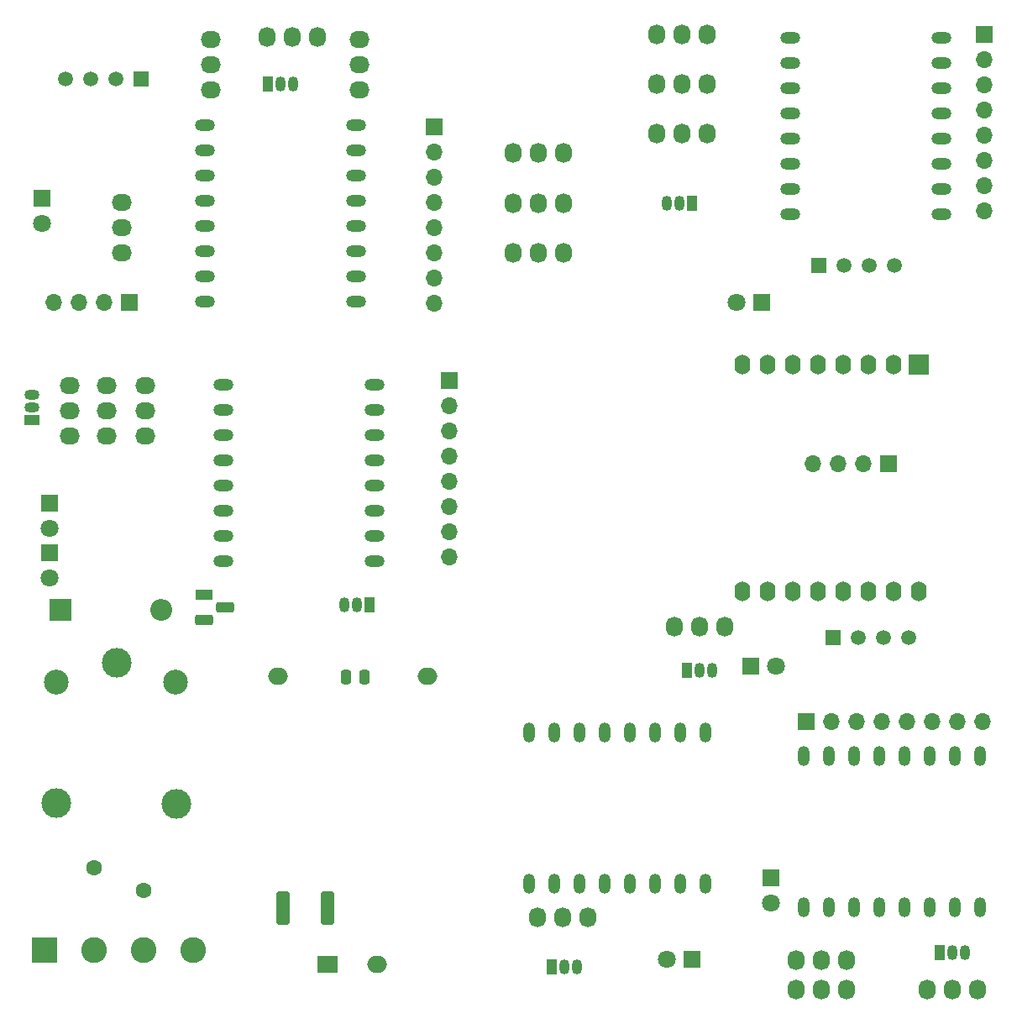
<source format=gbs>
G04 #@! TF.GenerationSoftware,KiCad,Pcbnew,8.0.6*
G04 #@! TF.CreationDate,2024-12-03T19:12:37+01:00*
G04 #@! TF.ProjectId,HomeAutomationESP32C2mini_2024,486f6d65-4175-4746-9f6d-6174696f6e45,Rev A*
G04 #@! TF.SameCoordinates,Original*
G04 #@! TF.FileFunction,Soldermask,Bot*
G04 #@! TF.FilePolarity,Negative*
%FSLAX46Y46*%
G04 Gerber Fmt 4.6, Leading zero omitted, Abs format (unit mm)*
G04 Created by KiCad (PCBNEW 8.0.6) date 2024-12-03 19:12:37*
%MOMM*%
%LPD*%
G01*
G04 APERTURE LIST*
G04 Aperture macros list*
%AMRoundRect*
0 Rectangle with rounded corners*
0 $1 Rounding radius*
0 $2 $3 $4 $5 $6 $7 $8 $9 X,Y pos of 4 corners*
0 Add a 4 corners polygon primitive as box body*
4,1,4,$2,$3,$4,$5,$6,$7,$8,$9,$2,$3,0*
0 Add four circle primitives for the rounded corners*
1,1,$1+$1,$2,$3*
1,1,$1+$1,$4,$5*
1,1,$1+$1,$6,$7*
1,1,$1+$1,$8,$9*
0 Add four rect primitives between the rounded corners*
20,1,$1+$1,$2,$3,$4,$5,0*
20,1,$1+$1,$4,$5,$6,$7,0*
20,1,$1+$1,$6,$7,$8,$9,0*
20,1,$1+$1,$8,$9,$2,$3,0*%
G04 Aperture macros list end*
%ADD10R,1.050000X1.500000*%
%ADD11O,1.050000X1.500000*%
%ADD12O,1.727200X2.032000*%
%ADD13O,2.000000X1.200000*%
%ADD14R,1.700000X1.700000*%
%ADD15O,1.700000X1.700000*%
%ADD16O,2.032000X1.727200*%
%ADD17R,1.500000X1.050000*%
%ADD18O,1.500000X1.050000*%
%ADD19R,1.800000X1.800000*%
%ADD20C,1.800000*%
%ADD21R,2.600000X2.600000*%
%ADD22C,2.600000*%
%ADD23R,1.800000X1.100000*%
%ADD24RoundRect,0.275000X-0.625000X0.275000X-0.625000X-0.275000X0.625000X-0.275000X0.625000X0.275000X0*%
%ADD25R,2.000000X2.000000*%
%ADD26O,1.600000X2.000000*%
%ADD27R,1.500000X1.500000*%
%ADD28C,1.500000*%
%ADD29O,1.200000X2.000000*%
%ADD30R,2.000000X1.700000*%
%ADD31O,2.000000X1.700000*%
%ADD32R,2.200000X2.200000*%
%ADD33O,2.200000X2.200000*%
%ADD34C,2.500000*%
%ADD35C,3.000000*%
%ADD36C,1.600000*%
%ADD37RoundRect,0.250000X-0.400000X-1.450000X0.400000X-1.450000X0.400000X1.450000X-0.400000X1.450000X0*%
%ADD38RoundRect,0.250000X0.250000X0.475000X-0.250000X0.475000X-0.250000X-0.475000X0.250000X-0.475000X0*%
G04 APERTURE END LIST*
D10*
X118540000Y-69000000D03*
D11*
X117270000Y-69000000D03*
X116000000Y-69000000D03*
D12*
X116730000Y-111695000D03*
X119270000Y-111695000D03*
X121810000Y-111695000D03*
X102920000Y-141000000D03*
X105460000Y-141000000D03*
X108000000Y-141000000D03*
D13*
X69380000Y-61110000D03*
X69380000Y-63650000D03*
X69380000Y-66190000D03*
X69380000Y-68730000D03*
X69380000Y-71270000D03*
X69380000Y-73810000D03*
X69380000Y-76350000D03*
X69380000Y-78890000D03*
X84620000Y-78890000D03*
X84620000Y-76350000D03*
X84620000Y-73810000D03*
X84620000Y-71270000D03*
X84620000Y-68730000D03*
X84620000Y-66190000D03*
X84620000Y-63650000D03*
X84620000Y-61110000D03*
X128432500Y-52285000D03*
X128432500Y-54825000D03*
X128432500Y-57365000D03*
X128432500Y-59905000D03*
X128432500Y-62445000D03*
X128432500Y-64985000D03*
X128432500Y-67525000D03*
X128432500Y-70065000D03*
X143672500Y-70065000D03*
X143672500Y-67525000D03*
X143672500Y-64985000D03*
X143672500Y-62445000D03*
X143672500Y-59905000D03*
X143672500Y-57365000D03*
X143672500Y-54825000D03*
X143672500Y-52285000D03*
D14*
X148000000Y-52000000D03*
D15*
X148000000Y-54540000D03*
X148000000Y-57080000D03*
X148000000Y-59620000D03*
X148000000Y-62160000D03*
X148000000Y-64700000D03*
X148000000Y-67240000D03*
X148000000Y-69780000D03*
D16*
X85000000Y-52460000D03*
X85000000Y-55000000D03*
X85000000Y-57540000D03*
D13*
X71260000Y-87310000D03*
X71260000Y-89850000D03*
X71260000Y-92390000D03*
X71260000Y-94930000D03*
X71260000Y-97470000D03*
X71260000Y-100010000D03*
X71260000Y-102550000D03*
X71260000Y-105090000D03*
X86500000Y-105090000D03*
X86500000Y-102550000D03*
X86500000Y-100010000D03*
X86500000Y-97470000D03*
X86500000Y-94930000D03*
X86500000Y-92390000D03*
X86500000Y-89850000D03*
X86500000Y-87310000D03*
D17*
X51930000Y-90820000D03*
D18*
X51930000Y-89550000D03*
X51930000Y-88280000D03*
D19*
X125540000Y-79000000D03*
D20*
X123000000Y-79000000D03*
D16*
X61000000Y-74000000D03*
X61000000Y-71460000D03*
X61000000Y-68920000D03*
D12*
X75670000Y-52250000D03*
X78210000Y-52250000D03*
X80750000Y-52250000D03*
D19*
X53750000Y-99210000D03*
D20*
X53750000Y-101750000D03*
D19*
X126500000Y-136975000D03*
D20*
X126500000Y-139515000D03*
D16*
X59500000Y-87410000D03*
X59500000Y-89950000D03*
X59500000Y-92490000D03*
D12*
X114920000Y-62000000D03*
X117460000Y-62000000D03*
X120000000Y-62000000D03*
D16*
X70000000Y-52460000D03*
X70000000Y-55000000D03*
X70000000Y-57540000D03*
D14*
X130030000Y-121250000D03*
D15*
X132570000Y-121250000D03*
X135110000Y-121250000D03*
X137650000Y-121250000D03*
X140190000Y-121250000D03*
X142730000Y-121250000D03*
X145270000Y-121250000D03*
X147810000Y-121250000D03*
D19*
X53000000Y-68460000D03*
D20*
X53000000Y-71000000D03*
D14*
X92500000Y-61315000D03*
D15*
X92500000Y-63855000D03*
X92500000Y-66395000D03*
X92500000Y-68935000D03*
X92500000Y-71475000D03*
X92500000Y-74015000D03*
X92500000Y-76555000D03*
X92500000Y-79095000D03*
D16*
X63370000Y-87410000D03*
X63370000Y-89950000D03*
X63370000Y-92490000D03*
D21*
X53250000Y-144250000D03*
D22*
X58250000Y-144250000D03*
X63250000Y-144250000D03*
X68250000Y-144250000D03*
D23*
X69330000Y-108460000D03*
D24*
X71400000Y-109730000D03*
X69330000Y-111000000D03*
D16*
X55750000Y-87410000D03*
X55750000Y-89950000D03*
X55750000Y-92490000D03*
D14*
X61810000Y-79000000D03*
D15*
X59270000Y-79000000D03*
X56730000Y-79000000D03*
X54190000Y-79000000D03*
D25*
X141390000Y-85250000D03*
D26*
X138850000Y-85250000D03*
X136310000Y-85250000D03*
X133770000Y-85250000D03*
X131230000Y-85250000D03*
X128690000Y-85250000D03*
X126150000Y-85250000D03*
X123610000Y-85250000D03*
X123610000Y-108110000D03*
X126150000Y-108110000D03*
X128690000Y-108110000D03*
X131230000Y-108110000D03*
X133770000Y-108110000D03*
X136310000Y-108110000D03*
X138850000Y-108110000D03*
X141390000Y-108110000D03*
D27*
X132690000Y-112750000D03*
D28*
X135230000Y-112750000D03*
X137770000Y-112750000D03*
X140310000Y-112750000D03*
D29*
X129760000Y-139990000D03*
X132300000Y-139990000D03*
X134840000Y-139990000D03*
X137380000Y-139990000D03*
X139920000Y-139990000D03*
X142460000Y-139990000D03*
X145000000Y-139990000D03*
X147540000Y-139990000D03*
X147540000Y-124750000D03*
X145000000Y-124750000D03*
X142460000Y-124750000D03*
X139920000Y-124750000D03*
X137380000Y-124750000D03*
X134840000Y-124750000D03*
X132300000Y-124750000D03*
X129760000Y-124750000D03*
D14*
X138290000Y-95250000D03*
D15*
X135750000Y-95250000D03*
X133210000Y-95250000D03*
X130670000Y-95250000D03*
D10*
X117960000Y-116055000D03*
D11*
X119230000Y-116055000D03*
X120500000Y-116055000D03*
D10*
X75730000Y-57000000D03*
D11*
X77000000Y-57000000D03*
X78270000Y-57000000D03*
D12*
X105540000Y-69000000D03*
X103000000Y-69000000D03*
X100460000Y-69000000D03*
X105540000Y-63950000D03*
X103000000Y-63950000D03*
X100460000Y-63950000D03*
X128965000Y-148225000D03*
X131505000Y-148225000D03*
X134045000Y-148225000D03*
X128960000Y-145250000D03*
X131500000Y-145250000D03*
X134040000Y-145250000D03*
D30*
X81792500Y-145747500D03*
D31*
X86792500Y-145747500D03*
X76792500Y-116667500D03*
X91792500Y-116667500D03*
D14*
X94000000Y-86850000D03*
D15*
X94000000Y-89390000D03*
X94000000Y-91930000D03*
X94000000Y-94470000D03*
X94000000Y-97010000D03*
X94000000Y-99550000D03*
X94000000Y-102090000D03*
X94000000Y-104630000D03*
D19*
X118540000Y-145175000D03*
D20*
X116000000Y-145175000D03*
D19*
X53750000Y-104210000D03*
D20*
X53750000Y-106750000D03*
D19*
X124460000Y-115695000D03*
D20*
X127000000Y-115695000D03*
D12*
X114920000Y-52000000D03*
X117460000Y-52000000D03*
X120000000Y-52000000D03*
D32*
X54840000Y-110000000D03*
D33*
X65000000Y-110000000D03*
D27*
X62945000Y-56455000D03*
D28*
X60405000Y-56455000D03*
X57865000Y-56455000D03*
X55325000Y-56455000D03*
D10*
X104380000Y-146000000D03*
D11*
X105650000Y-146000000D03*
X106920000Y-146000000D03*
D34*
X66450000Y-117250000D03*
D35*
X66500000Y-129500000D03*
X54450000Y-129450000D03*
D34*
X54450000Y-117250000D03*
D35*
X60500000Y-115300000D03*
D12*
X114920000Y-57000000D03*
X117460000Y-57000000D03*
X120000000Y-57000000D03*
D27*
X131287500Y-75250000D03*
D28*
X133827500Y-75250000D03*
X136367500Y-75250000D03*
X138907500Y-75250000D03*
D12*
X105540000Y-74000000D03*
X103000000Y-74000000D03*
X100460000Y-74000000D03*
D36*
X58250000Y-135950000D03*
X63250000Y-138250000D03*
D12*
X142250000Y-148250000D03*
X144790000Y-148250000D03*
X147330000Y-148250000D03*
D10*
X86000000Y-109500000D03*
D11*
X84730000Y-109500000D03*
X83460000Y-109500000D03*
D10*
X143500000Y-144500000D03*
D11*
X144770000Y-144500000D03*
X146040000Y-144500000D03*
D29*
X102110000Y-137620000D03*
X104650000Y-137620000D03*
X107190000Y-137620000D03*
X109730000Y-137620000D03*
X112270000Y-137620000D03*
X114810000Y-137620000D03*
X117350000Y-137620000D03*
X119890000Y-137620000D03*
X119890000Y-122380000D03*
X117350000Y-122380000D03*
X114810000Y-122380000D03*
X112270000Y-122380000D03*
X109730000Y-122380000D03*
X107190000Y-122380000D03*
X104650000Y-122380000D03*
X102110000Y-122380000D03*
D37*
X77275000Y-140000000D03*
X81725000Y-140000000D03*
D38*
X85500000Y-116750000D03*
X83600000Y-116750000D03*
M02*

</source>
